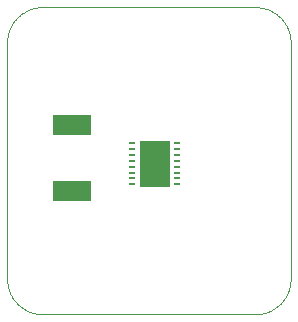
<source format=gtp>
G04 EAGLE Gerber RS-274X export*
G75*
%MOMM*%
%FSLAX35Y35*%
%LPD*%
%INsolder_paste_top*%
%IPPOS*%
%AMOC8*
5,1,8,0,0,1.08239X$1,22.5*%
G01*
%ADD10C,0.010000*%
%ADD11R,0.600000X0.250000*%
%ADD12R,2.600000X4.000000*%
%ADD13R,3.200000X1.800000*%


D10*
X2100000Y0D02*
X300000Y0D01*
X292751Y88D01*
X285506Y350D01*
X278270Y788D01*
X271046Y1401D01*
X263839Y2187D01*
X256653Y3148D01*
X249493Y4282D01*
X242362Y5589D01*
X235265Y7068D01*
X228205Y8717D01*
X221188Y10537D01*
X214216Y12526D01*
X207295Y14683D01*
X200428Y17006D01*
X193619Y19495D01*
X186872Y22148D01*
X180191Y24962D01*
X173580Y27938D01*
X167043Y31072D01*
X160583Y34363D01*
X154205Y37810D01*
X147912Y41409D01*
X141708Y45160D01*
X135596Y49059D01*
X129581Y53105D01*
X123664Y57295D01*
X117851Y61627D01*
X112144Y66098D01*
X106547Y70705D01*
X101063Y75447D01*
X95695Y80319D01*
X90447Y85320D01*
X85320Y90447D01*
X80319Y95695D01*
X75447Y101063D01*
X70705Y106547D01*
X66098Y112144D01*
X61627Y117851D01*
X57295Y123664D01*
X53105Y129581D01*
X49059Y135596D01*
X45160Y141708D01*
X41409Y147912D01*
X37810Y154205D01*
X34363Y160583D01*
X31072Y167043D01*
X27938Y173580D01*
X24962Y180191D01*
X22148Y186872D01*
X19495Y193619D01*
X17006Y200428D01*
X14683Y207295D01*
X12526Y214216D01*
X10537Y221188D01*
X8717Y228205D01*
X7068Y235265D01*
X5589Y242362D01*
X4282Y249493D01*
X3148Y256653D01*
X2187Y263839D01*
X1401Y271046D01*
X788Y278270D01*
X350Y285506D01*
X88Y292751D01*
X0Y300000D01*
X0Y2300000D01*
X88Y2307249D01*
X350Y2314494D01*
X788Y2321730D01*
X1401Y2328954D01*
X2187Y2336161D01*
X3148Y2343347D01*
X4282Y2350507D01*
X5589Y2357638D01*
X7068Y2364735D01*
X8717Y2371795D01*
X10537Y2378812D01*
X12526Y2385784D01*
X14683Y2392705D01*
X17006Y2399572D01*
X19495Y2406381D01*
X22148Y2413128D01*
X24962Y2419809D01*
X27938Y2426420D01*
X31072Y2432957D01*
X34363Y2439417D01*
X37810Y2445795D01*
X41409Y2452088D01*
X45160Y2458292D01*
X49059Y2464404D01*
X53105Y2470419D01*
X57295Y2476336D01*
X61627Y2482149D01*
X66098Y2487856D01*
X70705Y2493453D01*
X75447Y2498937D01*
X80319Y2504305D01*
X85320Y2509553D01*
X90447Y2514680D01*
X95695Y2519681D01*
X101063Y2524553D01*
X106547Y2529295D01*
X112144Y2533902D01*
X117851Y2538373D01*
X123664Y2542705D01*
X129581Y2546895D01*
X135596Y2550941D01*
X141708Y2554840D01*
X147912Y2558591D01*
X154205Y2562190D01*
X160583Y2565637D01*
X167043Y2568928D01*
X173580Y2572062D01*
X180191Y2575038D01*
X186872Y2577852D01*
X193619Y2580505D01*
X200428Y2582994D01*
X207295Y2585317D01*
X214216Y2587474D01*
X221188Y2589463D01*
X228205Y2591283D01*
X235265Y2592932D01*
X242362Y2594411D01*
X249493Y2595718D01*
X256653Y2596852D01*
X263839Y2597813D01*
X271046Y2598599D01*
X278270Y2599212D01*
X285506Y2599650D01*
X292751Y2599912D01*
X300000Y2600000D01*
X2100000Y2600000D01*
X2107249Y2599912D01*
X2114494Y2599650D01*
X2121730Y2599212D01*
X2128954Y2598599D01*
X2136161Y2597813D01*
X2143347Y2596852D01*
X2150507Y2595718D01*
X2157638Y2594411D01*
X2164735Y2592932D01*
X2171795Y2591283D01*
X2178812Y2589463D01*
X2185784Y2587474D01*
X2192705Y2585317D01*
X2199572Y2582994D01*
X2206381Y2580505D01*
X2213128Y2577852D01*
X2219809Y2575038D01*
X2226420Y2572062D01*
X2232957Y2568928D01*
X2239417Y2565637D01*
X2245795Y2562190D01*
X2252088Y2558591D01*
X2258292Y2554840D01*
X2264404Y2550941D01*
X2270419Y2546895D01*
X2276336Y2542705D01*
X2282149Y2538373D01*
X2287856Y2533902D01*
X2293453Y2529295D01*
X2298937Y2524553D01*
X2304305Y2519681D01*
X2309553Y2514680D01*
X2314680Y2509553D01*
X2319681Y2504305D01*
X2324553Y2498937D01*
X2329295Y2493453D01*
X2333902Y2487856D01*
X2338373Y2482149D01*
X2342705Y2476336D01*
X2346895Y2470419D01*
X2350941Y2464404D01*
X2354840Y2458292D01*
X2358591Y2452088D01*
X2362190Y2445795D01*
X2365637Y2439417D01*
X2368928Y2432957D01*
X2372062Y2426420D01*
X2375038Y2419809D01*
X2377852Y2413128D01*
X2380505Y2406381D01*
X2382994Y2399572D01*
X2385317Y2392705D01*
X2387474Y2385784D01*
X2389463Y2378812D01*
X2391283Y2371795D01*
X2392932Y2364735D01*
X2394411Y2357638D01*
X2395718Y2350507D01*
X2396852Y2343347D01*
X2397813Y2336161D01*
X2398599Y2328954D01*
X2399212Y2321730D01*
X2399650Y2314494D01*
X2399912Y2307249D01*
X2400000Y2300000D01*
X2400000Y300000D01*
X2399912Y292751D01*
X2399650Y285506D01*
X2399212Y278270D01*
X2398599Y271046D01*
X2397813Y263839D01*
X2396852Y256653D01*
X2395718Y249493D01*
X2394411Y242362D01*
X2392932Y235265D01*
X2391283Y228205D01*
X2389463Y221188D01*
X2387474Y214216D01*
X2385317Y207295D01*
X2382994Y200428D01*
X2380505Y193619D01*
X2377852Y186872D01*
X2375038Y180191D01*
X2372062Y173580D01*
X2368928Y167043D01*
X2365637Y160583D01*
X2362190Y154205D01*
X2358591Y147912D01*
X2354840Y141708D01*
X2350941Y135596D01*
X2346895Y129581D01*
X2342705Y123664D01*
X2338373Y117851D01*
X2333902Y112144D01*
X2329295Y106547D01*
X2324553Y101063D01*
X2319681Y95695D01*
X2314680Y90447D01*
X2309553Y85320D01*
X2304305Y80319D01*
X2298937Y75447D01*
X2293453Y70705D01*
X2287856Y66098D01*
X2282149Y61627D01*
X2276336Y57295D01*
X2270419Y53105D01*
X2264404Y49059D01*
X2258292Y45160D01*
X2252088Y41409D01*
X2245795Y37810D01*
X2239417Y34363D01*
X2232957Y31072D01*
X2226420Y27938D01*
X2219809Y24962D01*
X2213128Y22148D01*
X2206381Y19495D01*
X2199572Y17006D01*
X2192705Y14683D01*
X2185784Y12526D01*
X2178812Y10537D01*
X2171795Y8717D01*
X2164735Y7068D01*
X2157638Y5589D01*
X2150507Y4282D01*
X2143347Y3148D01*
X2136161Y2187D01*
X2128954Y1401D01*
X2121730Y788D01*
X2114494Y350D01*
X2107249Y88D01*
X2100000Y0D01*
D11*
X1440000Y1450000D03*
X1440000Y1400000D03*
X1440000Y1350000D03*
X1440000Y1300000D03*
X1440000Y1250000D03*
X1440000Y1200000D03*
X1440000Y1150000D03*
X1440000Y1100000D03*
X1060000Y1450000D03*
X1060000Y1400000D03*
X1060000Y1350000D03*
X1060000Y1300000D03*
X1060000Y1250000D03*
X1060000Y1200000D03*
X1060000Y1150000D03*
X1060000Y1100000D03*
D12*
X1250000Y1275000D03*
D13*
X550000Y1045000D03*
X550000Y1605000D03*
M02*

</source>
